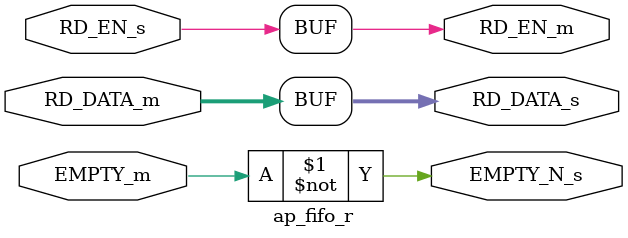
<source format=v>
module ap_fifo_r#(
    parameter WIDTH = 32
)(
    input [WIDTH-1:0]   RD_DATA_m,
    input               EMPTY_m,
    output              RD_EN_m,
    output [WIDTH-1:0]  RD_DATA_s,
    output              EMPTY_N_s,
    input               RD_EN_s
);
    assign RD_DATA_s = RD_DATA_m;
    assign EMPTY_N_s = ~EMPTY_m;
    assign RD_EN_m = RD_EN_s;
endmodule
</source>
